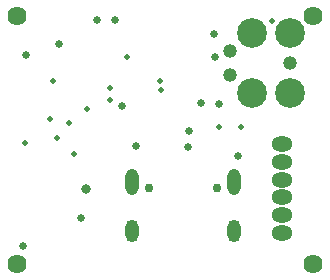
<source format=gbs>
G04*
G04 #@! TF.GenerationSoftware,Altium Limited,Altium Designer,24.2.2 (26)*
G04*
G04 Layer_Color=16711935*
%FSLAX25Y25*%
%MOIN*%
G70*
G04*
G04 #@! TF.SameCoordinates,0C852235-8BC0-4ED4-A074-6CA5B6053031*
G04*
G04*
G04 #@! TF.FilePolarity,Negative*
G04*
G01*
G75*
%ADD46C,0.09921*%
%ADD47C,0.04673*%
%ADD48O,0.07087X0.05118*%
%ADD49O,0.04409X0.08740*%
%ADD50C,0.02953*%
%ADD51O,0.04409X0.07559*%
%ADD52C,0.06378*%
%ADD72C,0.01981*%
%ADD73C,0.02572*%
%ADD74C,0.03162*%
D46*
X84232Y82087D02*
D03*
X96732D02*
D03*
Y62087D02*
D03*
X84232D02*
D03*
D47*
X96732Y72087D02*
D03*
X76732Y68087D02*
D03*
Y76087D02*
D03*
D48*
X94012Y21311D02*
D03*
Y27217D02*
D03*
Y33122D02*
D03*
Y39028D02*
D03*
Y44933D02*
D03*
Y15405D02*
D03*
D49*
X78112Y32462D02*
D03*
X44096D02*
D03*
D50*
X49726Y30494D02*
D03*
X72482D02*
D03*
D51*
X44096Y16005D02*
D03*
X78112D02*
D03*
D52*
X5906Y5118D02*
D03*
X104331D02*
D03*
Y87795D02*
D03*
X5906D02*
D03*
D72*
X72992Y50866D02*
D03*
X80472D02*
D03*
X29092Y56651D02*
D03*
X53543Y66142D02*
D03*
X53668Y63158D02*
D03*
X24843Y41693D02*
D03*
X36725Y59613D02*
D03*
X36732Y63819D02*
D03*
X16654Y53347D02*
D03*
X23031Y51968D02*
D03*
X8347Y45236D02*
D03*
X17924Y65877D02*
D03*
X18937Y47047D02*
D03*
X90748Y86024D02*
D03*
X42402Y73898D02*
D03*
D73*
X45354Y44409D02*
D03*
X8622Y74843D02*
D03*
X32441Y86457D02*
D03*
X38346D02*
D03*
X71653Y74016D02*
D03*
X71575Y81850D02*
D03*
X19606Y78465D02*
D03*
X40866Y57835D02*
D03*
X72992Y58504D02*
D03*
X66929Y58661D02*
D03*
X62992Y49213D02*
D03*
X62795Y44016D02*
D03*
X7913Y10945D02*
D03*
X27087Y20472D02*
D03*
X79291Y41181D02*
D03*
D74*
X28780Y29882D02*
D03*
M02*

</source>
